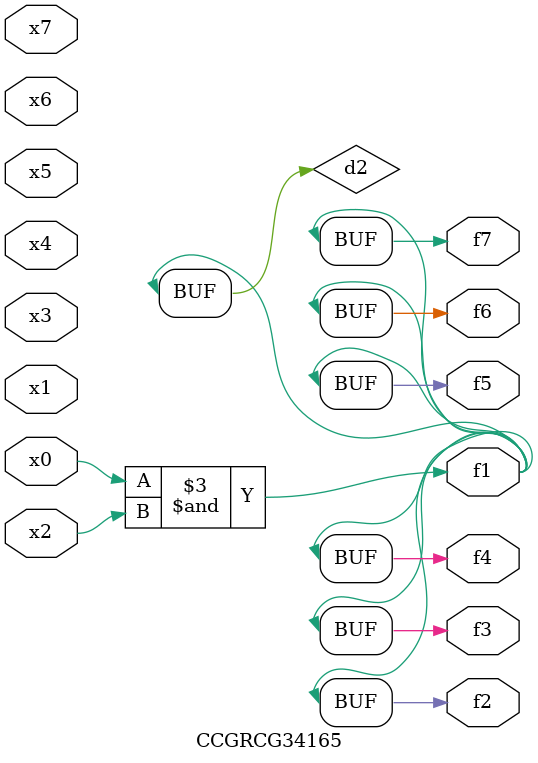
<source format=v>
module CCGRCG34165(
	input x0, x1, x2, x3, x4, x5, x6, x7,
	output f1, f2, f3, f4, f5, f6, f7
);

	wire d1, d2;

	nor (d1, x3, x6);
	and (d2, x0, x2);
	assign f1 = d2;
	assign f2 = d2;
	assign f3 = d2;
	assign f4 = d2;
	assign f5 = d2;
	assign f6 = d2;
	assign f7 = d2;
endmodule

</source>
